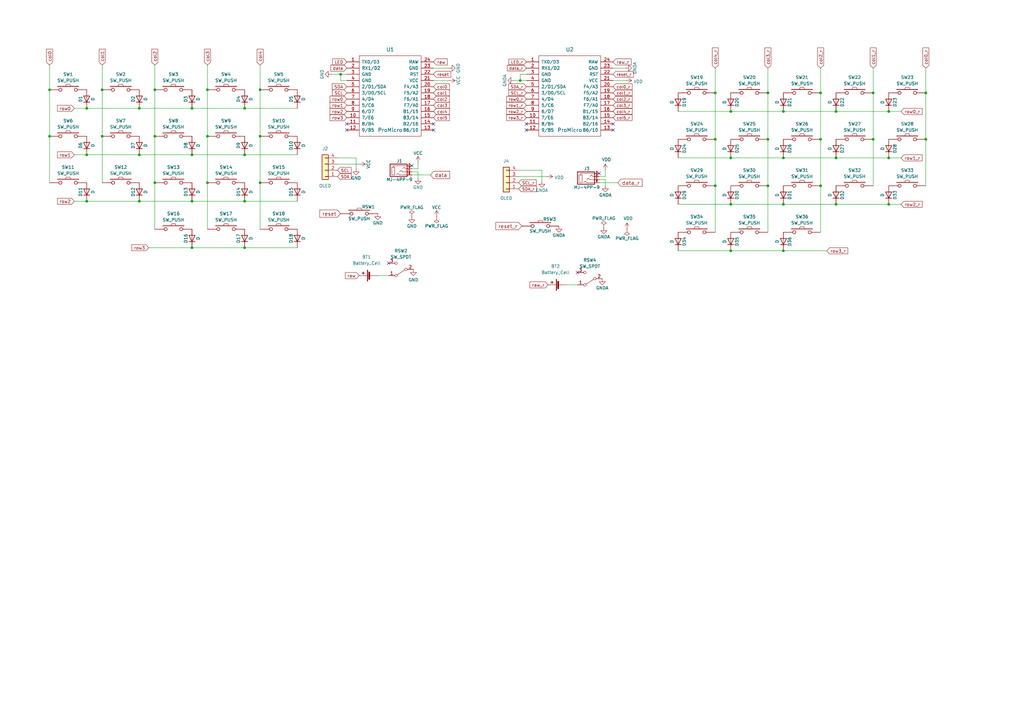
<source format=kicad_sch>
(kicad_sch (version 20211123) (generator eeschema)
  (paper "A3")
  (title_block (title "36k MX"))
  (lib_symbols
    (symbol "Connector_Generic:Conn_01x04" (pin_names (offset 1.016) hide)
      (property "Reference" "J" (at 0 5.08 0))
      (property "Value" "Conn_01x04" (at 0 -7.62 0))
      (symbol "Conn_01x04_1_1"
        (rectangle (start -1.27 -4.953) (end 0 -5.207) (stroke (width 0.1524)))
        (rectangle (start -1.27 -2.413) (end 0 -2.667) (stroke (width 0.1524)))
        (rectangle (start -1.27 0.127) (end 0 -0.127) (stroke (width 0.1524)))
        (rectangle (start -1.27 2.667) (end 0 2.413) (stroke (width 0.1524)))
        (rectangle (start -1.27 3.81) (end 1.27 -6.35) (stroke (width 0.254)) (fill (type background)))
        (pin passive line (at -5.08 2.54 0) (length 3.81) (name "Pin_1") (number "1"))
        (pin passive line (at -5.08 0 0) (length 3.81) (name "Pin_2") (number "2"))
        (pin passive line (at -5.08 -2.54 0) (length 3.81) (name "Pin_3") (number "3"))
        (pin passive line (at -5.08 -5.08 0) (length 3.81) (name "Pin_4") (number "4"))
      )
    )
    (symbol "Device:Battery_Cell" (pin_numbers hide) (pin_names (offset 0) hide)
      (property "Reference" "BT" (at 2.54 2.54 0))
      (property "Value" "Battery_Cell" (at 2.54 0 0))
      (symbol "Battery_Cell_0_1"
        (rectangle (start -2.286 1.778) (end 2.286 1.524) (fill (type outline)))
        (rectangle (start -1.5748 1.1938) (end 1.4732 0.6858) (fill (type outline)))
        (polyline (pts (xy 0 0.762) (xy 0 0)))
        (polyline (pts (xy 0 1.778) (xy 0 2.54)))
        (polyline (pts (xy 0.508 3.429) (xy 1.524 3.429)) (stroke (width 0.254)))
        (polyline (pts (xy 1.016 3.937) (xy 1.016 2.921)) (stroke (width 0.254)))
      )
      (symbol "Battery_Cell_1_1"
        (pin passive line (at 0 5.08 270) (length 2.54) (name "+") (number "1"))
        (pin passive line (at 0 -2.54 90) (length 2.54) (name "-") (number "2"))
      )
    )
    (symbol "Device:D" (pin_numbers hide) (pin_names (offset 1.016) hide)
      (property "Reference" "D" (at 0 2.54 0))
      (property "Value" "D" (at 0 -2.54 0))
      (symbol "D_0_1"
        (polyline (pts (xy -1.27 1.27) (xy -1.27 -1.27)) (stroke (width 0.254)))
        (polyline (pts (xy 1.27 0) (xy -1.27 0)))
        (polyline (pts (xy 1.27 1.27) (xy 1.27 -1.27) (xy -1.27 0) (xy 1.27 1.27)) (stroke (width 0.254)))
      )
      (symbol "D_1_1"
        (pin passive line (at -3.81 0 0) (length 2.54) (name "K") (number "1"))
        (pin passive line (at 3.81 0 180) (length 2.54) (name "A") (number "2"))
      )
    )
    (symbol "Switch:SW_SPDT" (pin_names (offset 0) hide)
      (property "Reference" "SW" (at 0 4.318 0))
      (property "Value" "SW_SPDT" (at 0 -5.08 0))
      (symbol "SW_SPDT_0_0"
        (circle (center -2.032 0) (radius 0.508))
        (circle (center 2.032 -2.54) (radius 0.508))
      )
      (symbol "SW_SPDT_0_1"
        (polyline (pts (xy -1.524 0.254) (xy 1.651 2.286)))
        (circle (center 2.032 2.54) (radius 0.508))
      )
      (symbol "SW_SPDT_1_1"
        (pin passive line (at 5.08 2.54 180) (length 2.54) (name "A") (number "1"))
        (pin passive line (at -5.08 0 0) (length 2.54) (name "B") (number "2"))
        (pin passive line (at 5.08 -2.54 180) (length 2.54) (name "C") (number "3"))
      )
    )
    (symbol "foostan{slash}kbd:ProMicro" (pin_names (offset 1.016))
      (property "Reference" "U" (at 0 19.05 0))
      (property "Value" "ProMicro" (at 0 -19.05 0))
      (symbol "ProMicro_0_1"
        (rectangle (start -12.7 16.51) (end 12.7 -16.51))
      )
      (symbol "ProMicro_1_1"
        (pin bidirectional line (at -17.78 13.97 0) (length 5.08) (name "TX0/D3") (number "1"))
        (pin bidirectional line (at -17.78 -8.89 0) (length 5.08) (name "7/E6") (number "10"))
        (pin bidirectional line (at -17.78 -11.43 0) (length 5.08) (name "8/B4") (number "11"))
        (pin bidirectional line (at -17.78 -13.97 0) (length 5.08) (name "9/B5") (number "12"))
        (pin bidirectional line (at 17.78 -13.97 180) (length 5.08) (name "B6/10") (number "13"))
        (pin bidirectional line (at 17.78 -11.43 180) (length 5.08) (name "B2/16") (number "14"))
        (pin bidirectional line (at 17.78 -8.89 180) (length 5.08) (name "B3/14") (number "15"))
        (pin bidirectional line (at 17.78 -6.35 180) (length 5.08) (name "B1/15") (number "16"))
        (pin bidirectional line (at 17.78 -3.81 180) (length 5.08) (name "F7/A0") (number "17"))
        (pin bidirectional line (at 17.78 -1.27 180) (length 5.08) (name "F6/A1") (number "18"))
        (pin bidirectional line (at 17.78 1.27 180) (length 5.08) (name "F5/A2") (number "19"))
        (pin bidirectional line (at -17.78 11.43 0) (length 5.08) (name "RX1/D2") (number "2"))
        (pin bidirectional line (at 17.78 3.81 180) (length 5.08) (name "F4/A3") (number "20"))
        (pin power_in line (at 17.78 6.35 180) (length 5.08) (name "VCC") (number "21"))
        (pin input line (at 17.78 8.89 180) (length 5.08) (name "RST") (number "22"))
        (pin power_in line (at 17.78 11.43 180) (length 5.08) (name "GND") (number "23"))
        (pin power_out line (at 17.78 13.97 180) (length 5.08) (name "RAW") (number "24"))
        (pin power_in line (at -17.78 8.89 0) (length 5.08) (name "GND") (number "3"))
        (pin power_in line (at -17.78 6.35 0) (length 5.08) (name "GND") (number "4"))
        (pin bidirectional line (at -17.78 3.81 0) (length 5.08) (name "2/D1/SDA") (number "5"))
        (pin bidirectional line (at -17.78 1.27 0) (length 5.08) (name "3/D0/SCL") (number "6"))
        (pin bidirectional line (at -17.78 -1.27 0) (length 5.08) (name "4/D4") (number "7"))
        (pin bidirectional line (at -17.78 -3.81 0) (length 5.08) (name "5/C6") (number "8"))
        (pin bidirectional line (at -17.78 -6.35 0) (length 5.08) (name "6/D7") (number "9"))
      )
    )
    (symbol "foostan{slash}kbd:SW_PUSH" (pin_numbers hide) (pin_names (offset 1.016) hide)
      (property "Reference" "SW" (at 3.81 2.794 0))
      (property "Value" "SW_PUSH" (at 0 -2.032 0))
      (symbol "SW_PUSH_0_1"
        (rectangle (start -4.318 1.27) (end 4.318 1.524))
        (polyline (pts (xy -1.016 1.524) (xy -0.762 2.286) (xy 0.762 2.286) (xy 1.016 1.524)))
        (pin passive inverted (at -7.62 0 0) (length 5.08) (name "1") (number "1"))
        (pin passive inverted (at 7.62 0 180) (length 5.08) (name "2") (number "2"))
      )
    )
    (symbol "kbd:MJ-4PP-9" (pin_names (offset 1.016))
      (property "Reference" "J" (at 0 3.81 0))
      (property "Value" "MJ-4PP-9" (at 0 -3.81 0))
      (symbol "MJ-4PP-9_0_1"
        (rectangle (start -1.905 -1.905) (end -3.175 1.27))
        (polyline (pts (xy -2.54 1.27) (xy -2.54 1.905) (xy 3.175 1.905)))
        (polyline (pts (xy -1.27 -1.905) (xy -0.635 -1.27) (xy 0 -1.905) (xy 3.175 -1.905)))
        (polyline (pts (xy 0 -0.635) (xy 0.635 0) (xy 1.27 -0.635) (xy 3.175 -0.635)))
        (polyline (pts (xy 1.27 0.635) (xy 1.905 1.27) (xy 2.54 0.635) (xy 3.175 0.635)))
        (rectangle (start 3.175 2.54) (end -3.81 -2.54) (stroke (width 0.3048)))
      )
      (symbol "MJ-4PP-9_1_1"
        (pin input line (at 5.08 1.905 180) (length 2.0066) (name "~") (number "A"))
        (pin input line (at 5.08 -1.905 180) (length 2.0066) (name "~") (number "B"))
        (pin input line (at 5.08 -0.635 180) (length 2.0066) (name "~") (number "C"))
        (pin input line (at 5.08 0.635 180) (length 2.0066) (name "~") (number "D"))
      )
    )
    (symbol "kbd:ProMicro" (pin_names (offset 1.016))
      (property "Reference" "U" (at 0 19.05 0))
      (property "Value" "ProMicro" (at 0 -19.05 0))
      (symbol "ProMicro_0_1"
        (rectangle (start -12.7 16.51) (end 12.7 -16.51))
      )
      (symbol "ProMicro_1_1"
        (pin bidirectional line (at -17.78 13.97 0) (length 5.08) (name "TX0/D3") (number "1"))
        (pin bidirectional line (at -17.78 -8.89 0) (length 5.08) (name "7/E6") (number "10"))
        (pin bidirectional line (at -17.78 -11.43 0) (length 5.08) (name "8/B4") (number "11"))
        (pin bidirectional line (at -17.78 -13.97 0) (length 5.08) (name "9/B5") (number "12"))
        (pin bidirectional line (at 17.78 -13.97 180) (length 5.08) (name "B6/10") (number "13"))
        (pin bidirectional line (at 17.78 -11.43 180) (length 5.08) (name "B2/16") (number "14"))
        (pin bidirectional line (at 17.78 -8.89 180) (length 5.08) (name "B3/14") (number "15"))
        (pin bidirectional line (at 17.78 -6.35 180) (length 5.08) (name "B1/15") (number "16"))
        (pin bidirectional line (at 17.78 -3.81 180) (length 5.08) (name "F7/A0") (number "17"))
        (pin bidirectional line (at 17.78 -1.27 180) (length 5.08) (name "F6/A1") (number "18"))
        (pin bidirectional line (at 17.78 1.27 180) (length 5.08) (name "F5/A2") (number "19"))
        (pin bidirectional line (at -17.78 11.43 0) (length 5.08) (name "RX1/D2") (number "2"))
        (pin bidirectional line (at 17.78 3.81 180) (length 5.08) (name "F4/A3") (number "20"))
        (pin power_in line (at 17.78 6.35 180) (length 5.08) (name "VCC") (number "21"))
        (pin input line (at 17.78 8.89 180) (length 5.08) (name "RST") (number "22"))
        (pin power_in line (at 17.78 11.43 180) (length 5.08) (name "GND") (number "23"))
        (pin power_out line (at 17.78 13.97 180) (length 5.08) (name "RAW") (number "24"))
        (pin power_in line (at -17.78 8.89 0) (length 5.08) (name "GND") (number "3"))
        (pin power_in line (at -17.78 6.35 0) (length 5.08) (name "GND") (number "4"))
        (pin bidirectional line (at -17.78 3.81 0) (length 5.08) (name "2/D1/SDA") (number "5"))
        (pin bidirectional line (at -17.78 1.27 0) (length 5.08) (name "3/D0/SCL") (number "6"))
        (pin bidirectional line (at -17.78 -1.27 0) (length 5.08) (name "4/D4") (number "7"))
        (pin bidirectional line (at -17.78 -3.81 0) (length 5.08) (name "5/C6") (number "8"))
        (pin bidirectional line (at -17.78 -6.35 0) (length 5.08) (name "6/D7") (number "9"))
      )
    )
    (symbol "kbd:SW_PUSH" (pin_numbers hide) (pin_names (offset 1.016) hide)
      (property "Reference" "SW" (at 3.81 2.794 0))
      (property "Value" "SW_PUSH" (at 0 -2.032 0))
      (symbol "SW_PUSH_0_1"
        (rectangle (start -4.318 1.27) (end 4.318 1.524))
        (polyline (pts (xy -1.016 1.524) (xy -0.762 2.286) (xy 0.762 2.286) (xy 1.016 1.524)))
        (pin passive inverted (at -7.62 0 0) (length 5.08) (name "1") (number "1"))
        (pin passive inverted (at 7.62 0 180) (length 5.08) (name "2") (number "2"))
      )
    )
    (symbol "power:GND" (power) (pin_names (offset 0))
      (property "Value" "GND" (at 0 -3.81 0))
      (symbol "GND_0_1"
        (polyline (pts (xy 0 0) (xy 0 -1.27) (xy 1.27 -1.27) (xy 0 -2.54) (xy -1.27 -1.27) (xy 0 -1.27)))
      )
      (symbol "GND_1_1"
        (pin power_in line (at 0 0 270) (length 0) hide (name "GND") (number "1"))
      )
    )
    (symbol "power:GNDA" (power) (pin_names (offset 0))
      (property "Value" "GNDA" (at 0 -3.81 0))
      (symbol "GNDA_0_1"
        (polyline (pts (xy 0 0) (xy 0 -1.27) (xy 1.27 -1.27) (xy 0 -2.54) (xy -1.27 -1.27) (xy 0 -1.27)))
      )
      (symbol "GNDA_1_1"
        (pin power_in line (at 0 0 270) (length 0) hide (name "GNDA") (number "1"))
      )
    )
    (symbol "power:PWR_FLAG" (power) (pin_numbers hide) (pin_names (offset 0) hide)
      (property "Value" "PWR_FLAG" (at 0 3.81 0))
      (symbol "PWR_FLAG_0_0"
        (pin power_out line (at 0 0 90) (length 0) (name "pwr") (number "1"))
      )
      (symbol "PWR_FLAG_0_1"
        (polyline (pts (xy 0 0) (xy 0 1.27) (xy -1.016 1.905) (xy 0 2.54) (xy 1.016 1.905) (xy 0 1.27)))
      )
    )
    (symbol "power:VCC" (power) (pin_names (offset 0))
      (property "Value" "VCC" (at 0 3.81 0))
      (symbol "VCC_0_1"
        (polyline (pts (xy -0.762 1.27) (xy 0 2.54)))
        (polyline (pts (xy 0 0) (xy 0 2.54)))
        (polyline (pts (xy 0 2.54) (xy 0.762 1.27)))
      )
      (symbol "VCC_1_1"
        (pin power_in line (at 0 0 90) (length 0) hide (name "VCC") (number "1"))
      )
    )
    (symbol "power:VDD" (power) (pin_names (offset 0))
      (property "Value" "VDD" (at 0 3.81 0))
      (symbol "VDD_0_1"
        (polyline (pts (xy -0.762 1.27) (xy 0 2.54)))
        (polyline (pts (xy 0 0) (xy 0 2.54)))
        (polyline (pts (xy 0 2.54) (xy 0.762 1.27)))
      )
      (symbol "VDD_1_1"
        (pin power_in line (at 0 0 90) (length 0) hide (name "VDD") (number "1"))
      )
    )
  )
  (junction (at 293.37 76.2))
  (junction (at 78.74 63.5))
  (junction (at 358.14 38.1))
  (junction (at 342.9 45.72))
  (junction (at 314.96 76.2))
  (junction (at 299.72 102.87))
  (junction (at 314.96 38.1))
  (junction (at 321.31 83.82))
  (junction (at 321.31 102.87))
  (junction (at 78.74 101.6))
  (junction (at 85.09 55.88))
  (junction (at 293.37 57.15))
  (junction (at 20.32 36.83))
  (junction (at 78.74 44.45))
  (junction (at 364.49 45.72))
  (junction (at 358.14 57.15))
  (junction (at 20.32 55.88))
  (junction (at 100.33 82.55))
  (junction (at 342.9 64.77))
  (junction (at 57.15 82.55))
  (junction (at 213.36 33.02))
  (junction (at 106.68 36.83))
  (junction (at 85.09 36.83))
  (junction (at 321.31 64.77))
  (junction (at 100.33 101.6))
  (junction (at 57.15 44.45))
  (junction (at 106.68 55.88))
  (junction (at 100.33 44.45))
  (junction (at 364.49 64.77))
  (junction (at 379.73 38.1))
  (junction (at 100.33 63.5))
  (junction (at 85.09 74.93))
  (junction (at 299.72 45.72))
  (junction (at 321.31 45.72))
  (junction (at 336.55 76.2))
  (junction (at 35.56 44.45))
  (junction (at 106.68 74.93))
  (junction (at 299.72 83.82))
  (junction (at 336.55 57.15))
  (junction (at 293.37 38.1))
  (junction (at 35.56 63.5))
  (junction (at 41.91 55.88))
  (junction (at 63.5 55.88))
  (junction (at 78.74 82.55))
  (junction (at 364.49 83.82))
  (junction (at 57.15 63.5))
  (junction (at 299.72 64.77))
  (junction (at 41.91 36.83))
  (junction (at 379.73 57.15))
  (junction (at 35.56 82.55))
  (junction (at 63.5 74.93))
  (junction (at 139.7 30.48))
  (junction (at 342.9 83.82))
  (junction (at 336.55 38.1))
  (junction (at 63.5 36.83))
  (junction (at 314.96 57.15))
  (no_connect (at 215.9 50.8))
  (no_connect (at 159.385 107.95))
  (no_connect (at 251.46 50.8))
  (no_connect (at 168.91 67.945))
  (no_connect (at 177.8 53.34))
  (no_connect (at 245.745 71.12))
  (no_connect (at 142.24 53.34))
  (no_connect (at 251.46 53.34))
  (no_connect (at 177.8 50.8))
  (no_connect (at 215.9 53.34))
  (no_connect (at 236.855 111.76))
  (no_connect (at 142.24 50.8))
  (wire (pts (xy 245.745 72.39) (xy 248.285 72.39)))
  (wire (pts (xy 299.72 64.77) (xy 278.13 64.77)))
  (wire (pts (xy 336.55 76.2) (xy 336.55 95.25)))
  (wire (pts (xy 339.09 102.87) (xy 321.31 102.87)))
  (wire (pts (xy 369.57 45.72) (xy 364.49 45.72)))
  (wire (pts (xy 369.57 64.77) (xy 364.49 64.77)))
  (wire (pts (xy 30.48 44.45) (xy 35.56 44.45)))
  (wire (pts (xy 78.74 44.45) (xy 100.33 44.45)))
  (wire (pts (xy 342.9 83.82) (xy 321.31 83.82)))
  (wire (pts (xy 379.73 38.1) (xy 379.73 57.15)))
  (wire (pts (xy 35.56 63.5) (xy 57.15 63.5)))
  (wire (pts (xy 100.33 44.45) (xy 121.92 44.45)))
  (wire (pts (xy 20.32 36.83) (xy 20.32 55.88)))
  (wire (pts (xy 85.09 55.88) (xy 85.09 74.93)))
  (wire (pts (xy 336.55 27.94) (xy 336.55 38.1)))
  (wire (pts (xy 78.74 101.6) (xy 100.33 101.6)))
  (wire (pts (xy 251.46 27.94) (xy 256.54 27.94)))
  (wire (pts (xy 85.09 26.67) (xy 85.09 36.83)))
  (wire (pts (xy 106.68 36.83) (xy 106.68 55.88)))
  (wire (pts (xy 336.55 38.1) (xy 336.55 57.15)))
  (wire (pts (xy 142.24 33.02) (xy 139.7 33.02)))
  (wire (pts (xy 63.5 36.83) (xy 63.5 55.88)))
  (wire (pts (xy 342.9 45.72) (xy 321.31 45.72)))
  (wire (pts (xy 248.285 72.39) (xy 248.285 69.85)))
  (wire (pts (xy 168.91 71.755) (xy 176.53 71.755)))
  (wire (pts (xy 100.33 101.6) (xy 121.92 101.6)))
  (wire (pts (xy 364.49 45.72) (xy 342.9 45.72)))
  (wire (pts (xy 168.91 69.215) (xy 171.45 69.215)))
  (wire (pts (xy 154.94 113.03) (xy 159.385 113.03)))
  (wire (pts (xy 171.45 69.215) (xy 171.45 66.675)))
  (wire (pts (xy 20.32 55.88) (xy 20.32 74.93)))
  (wire (pts (xy 106.68 74.93) (xy 106.68 93.98)))
  (wire (pts (xy 293.37 27.94) (xy 293.37 38.1)))
  (wire (pts (xy 314.96 27.94) (xy 314.96 38.1)))
  (wire (pts (xy 106.68 55.88) (xy 106.68 74.93)))
  (wire (pts (xy 20.32 26.67) (xy 20.32 36.83)))
  (wire (pts (xy 135.89 30.48) (xy 139.7 30.48)))
  (wire (pts (xy 85.09 36.83) (xy 85.09 55.88)))
  (wire (pts (xy 232.41 116.84) (xy 236.855 116.84)))
  (wire (pts (xy 63.5 26.67) (xy 63.5 36.83)))
  (wire (pts (xy 146.05 69.215) (xy 146.05 64.77)))
  (wire (pts (xy 342.9 64.77) (xy 321.31 64.77)))
  (wire (pts (xy 138.43 67.31) (xy 147.32 67.31)))
  (wire (pts (xy 63.5 74.93) (xy 63.5 93.98)))
  (wire (pts (xy 106.68 26.67) (xy 106.68 36.83)))
  (wire (pts (xy 314.96 38.1) (xy 314.96 57.15)))
  (wire (pts (xy 251.46 33.02) (xy 256.54 33.02)))
  (wire (pts (xy 321.31 102.87) (xy 299.72 102.87)))
  (wire (pts (xy 293.37 38.1) (xy 293.37 57.15)))
  (wire (pts (xy 215.9 30.48) (xy 213.36 30.48)))
  (wire (pts (xy 78.74 82.55) (xy 100.33 82.55)))
  (wire (pts (xy 336.55 57.15) (xy 336.55 76.2)))
  (wire (pts (xy 245.745 73.66) (xy 248.285 73.66)))
  (wire (pts (xy 321.31 83.82) (xy 299.72 83.82)))
  (wire (pts (xy 248.285 73.66) (xy 248.285 76.2)))
  (wire (pts (xy 212.725 72.39) (xy 224.155 72.39)))
  (wire (pts (xy 245.745 74.93) (xy 253.365 74.93)))
  (wire (pts (xy 364.49 83.82) (xy 342.9 83.82)))
  (wire (pts (xy 139.7 30.48) (xy 142.24 30.48)))
  (wire (pts (xy 379.73 27.94) (xy 379.73 38.1)))
  (wire (pts (xy 57.15 82.55) (xy 78.74 82.55)))
  (wire (pts (xy 177.8 33.02) (xy 184.15 33.02)))
  (wire (pts (xy 358.14 38.1) (xy 358.14 57.15)))
  (wire (pts (xy 222.25 69.85) (xy 222.25 74.295)))
  (wire (pts (xy 146.05 64.77) (xy 138.43 64.77)))
  (wire (pts (xy 30.48 63.5) (xy 35.56 63.5)))
  (wire (pts (xy 358.14 27.94) (xy 358.14 38.1)))
  (wire (pts (xy 314.96 76.2) (xy 314.96 95.25)))
  (wire (pts (xy 139.7 33.02) (xy 139.7 30.48)))
  (wire (pts (xy 100.33 82.55) (xy 121.92 82.55)))
  (wire (pts (xy 212.725 69.85) (xy 222.25 69.85)))
  (wire (pts (xy 299.72 83.82) (xy 278.13 83.82)))
  (wire (pts (xy 100.33 63.5) (xy 121.92 63.5)))
  (wire (pts (xy 314.96 57.15) (xy 314.96 76.2)))
  (wire (pts (xy 321.31 45.72) (xy 299.72 45.72)))
  (wire (pts (xy 379.73 57.15) (xy 379.73 76.2)))
  (wire (pts (xy 358.14 57.15) (xy 358.14 76.2)))
  (wire (pts (xy 210.82 33.02) (xy 213.36 33.02)))
  (wire (pts (xy 41.91 26.67) (xy 41.91 36.83)))
  (wire (pts (xy 57.15 44.45) (xy 78.74 44.45)))
  (wire (pts (xy 213.36 33.02) (xy 215.9 33.02)))
  (wire (pts (xy 85.09 74.93) (xy 85.09 93.98)))
  (wire (pts (xy 168.91 70.485) (xy 171.45 70.485)))
  (wire (pts (xy 41.91 36.83) (xy 41.91 55.88)))
  (wire (pts (xy 35.56 82.55) (xy 57.15 82.55)))
  (wire (pts (xy 369.57 83.82) (xy 364.49 83.82)))
  (wire (pts (xy 30.48 82.55) (xy 35.56 82.55)))
  (wire (pts (xy 213.36 30.48) (xy 213.36 33.02)))
  (wire (pts (xy 63.5 55.88) (xy 63.5 74.93)))
  (wire (pts (xy 60.96 101.6) (xy 78.74 101.6)))
  (wire (pts (xy 321.31 64.77) (xy 299.72 64.77)))
  (wire (pts (xy 299.72 45.72) (xy 278.13 45.72)))
  (wire (pts (xy 78.74 63.5) (xy 100.33 63.5)))
  (wire (pts (xy 293.37 76.2) (xy 293.37 95.25)))
  (wire (pts (xy 41.91 55.88) (xy 41.91 74.93)))
  (wire (pts (xy 364.49 64.77) (xy 342.9 64.77)))
  (wire (pts (xy 57.15 63.5) (xy 78.74 63.5)))
  (wire (pts (xy 293.37 57.15) (xy 293.37 76.2)))
  (wire (pts (xy 177.8 27.94) (xy 184.15 27.94)))
  (wire (pts (xy 171.45 70.485) (xy 171.45 73.025)))
  (wire (pts (xy 35.56 44.45) (xy 57.15 44.45)))
  (wire (pts (xy 299.72 102.87) (xy 278.13 102.87)))
  (global_label "reset" (shape input) (at 139.7 87.63 180) (effects (font (size 1.524 1.524))) (property "Intersheet References" "${INTERSHEET_REFS}" (effects hide)))
  (global_label "raw" (shape input) (at 147.32 113.03 180) (property "Intersheet References" "${INTERSHEET_REFS}" (effects hide)))
  (global_label "row2" (shape input) (at 142.24 45.72 180) (property "Intersheet References" "${INTERSHEET_REFS}" (effects hide)))
  (global_label "col4" (shape input) (at 106.68 26.67 90) (property "Intersheet References" "${INTERSHEET_REFS}" (effects hide)))
  (global_label "col1" (shape input) (at 177.8 38.1 0) (property "Intersheet References" "${INTERSHEET_REFS}" (effects hide)))
  (global_label "col0_r" (shape input) (at 251.46 35.56 0) (effects (font (size 1.1938 1.1938))) (property "Intersheet References" "${INTERSHEET_REFS}" (effects hide)))
  (global_label "row3_r" (shape input) (at 339.09 102.87 0) (property "Intersheet References" "${INTERSHEET_REFS}" (effects hide)))
  (global_label "data_r" (shape input) (at 253.365 74.93 0) (effects (font (size 1.524 1.524))) (property "Intersheet References" "${INTERSHEET_REFS}" (effects hide)))
  (global_label "col0" (shape input) (at 20.32 26.67 90) (property "Intersheet References" "${INTERSHEET_REFS}" (effects hide)))
  (global_label "row0" (shape input) (at 142.24 40.64 180) (property "Intersheet References" "${INTERSHEET_REFS}" (effects hide)))
  (global_label "col5_r" (shape input) (at 251.46 48.26 0) (effects (font (size 1.1938 1.1938))) (property "Intersheet References" "${INTERSHEET_REFS}" (effects hide)))
  (global_label "row1_r" (shape input) (at 369.57 64.77 0) (property "Intersheet References" "${INTERSHEET_REFS}" (effects hide)))
  (global_label "row2_r" (shape input) (at 215.9 45.72 180) (effects (font (size 1.1938 1.1938))) (property "Intersheet References" "${INTERSHEET_REFS}" (effects hide)))
  (global_label "col3" (shape input) (at 177.8 43.18 0) (property "Intersheet References" "${INTERSHEET_REFS}" (effects hide)))
  (global_label "reset_r" (shape input) (at 251.46 30.48 0) (effects (font (size 1.1938 1.1938))) (property "Intersheet References" "${INTERSHEET_REFS}" (effects hide)))
  (global_label "raw" (shape input) (at 177.8 25.4 0) (property "Intersheet References" "${INTERSHEET_REFS}" (effects hide)))
  (global_label "SCL" (shape input) (at 142.24 38.1 180) (property "Intersheet References" "${INTERSHEET_REFS}" (effects hide)))
  (global_label "row0" (shape input) (at 30.48 44.45 180) (property "Intersheet References" "${INTERSHEET_REFS}" (effects hide)))
  (global_label "col4_r" (shape input) (at 251.46 45.72 0) (effects (font (size 1.1938 1.1938))) (property "Intersheet References" "${INTERSHEET_REFS}" (effects hide)))
  (global_label "LED_r" (shape input) (at 215.9 25.4 180) (effects (font (size 1.1938 1.1938))) (property "Intersheet References" "${INTERSHEET_REFS}" (effects hide)))
  (global_label "SCL_r" (shape input) (at 215.9 38.1 180) (effects (font (size 1.1938 1.1938))) (property "Intersheet References" "${INTERSHEET_REFS}" (effects hide)))
  (global_label "col1" (shape input) (at 41.91 26.67 90) (property "Intersheet References" "${INTERSHEET_REFS}" (effects hide)))
  (global_label "col2_r" (shape input) (at 251.46 40.64 0) (effects (font (size 1.1938 1.1938))) (property "Intersheet References" "${INTERSHEET_REFS}" (effects hide)))
  (global_label "raw_r" (shape input) (at 251.46 25.4 0) (property "Intersheet References" "${INTERSHEET_REFS}" (effects hide)))
  (global_label "reset" (shape input) (at 177.8 30.48 0) (property "Intersheet References" "${INTERSHEET_REFS}" (effects hide)))
  (global_label "col2_r" (shape input) (at 336.55 27.94 90) (property "Intersheet References" "${INTERSHEET_REFS}" (effects hide)))
  (global_label "col1_r" (shape input) (at 358.14 27.94 90) (property "Intersheet References" "${INTERSHEET_REFS}" (effects hide)))
  (global_label "col4" (shape input) (at 177.8 45.72 0) (property "Intersheet References" "${INTERSHEET_REFS}" (effects hide)))
  (global_label "col0_r" (shape input) (at 379.73 27.94 90) (property "Intersheet References" "${INTERSHEET_REFS}" (effects hide)))
  (global_label "col3_r" (shape input) (at 251.46 43.18 0) (effects (font (size 1.1938 1.1938))) (property "Intersheet References" "${INTERSHEET_REFS}" (effects hide)))
  (global_label "col1_r" (shape input) (at 251.46 38.1 0) (effects (font (size 1.1938 1.1938))) (property "Intersheet References" "${INTERSHEET_REFS}" (effects hide)))
  (global_label "data" (shape input) (at 142.24 27.94 180) (property "Intersheet References" "${INTERSHEET_REFS}" (effects hide)))
  (global_label "col5" (shape input) (at 177.8 48.26 0) (property "Intersheet References" "${INTERSHEET_REFS}" (effects hide)))
  (global_label "row0_r" (shape input) (at 369.57 45.72 0) (property "Intersheet References" "${INTERSHEET_REFS}" (effects hide)))
  (global_label "row0_r" (shape input) (at 215.9 40.64 180) (effects (font (size 1.1938 1.1938))) (property "Intersheet References" "${INTERSHEET_REFS}" (effects hide)))
  (global_label "data_r" (shape input) (at 215.9 27.94 180) (effects (font (size 1.1938 1.1938))) (property "Intersheet References" "${INTERSHEET_REFS}" (effects hide)))
  (global_label "raw_r" (shape input) (at 224.79 116.84 180) (property "Intersheet References" "${INTERSHEET_REFS}" (effects hide)))
  (global_label "col3" (shape input) (at 85.09 26.67 90) (property "Intersheet References" "${INTERSHEET_REFS}" (effects hide)))
  (global_label "row3_r" (shape input) (at 215.9 48.26 180) (effects (font (size 1.1938 1.1938))) (property "Intersheet References" "${INTERSHEET_REFS}" (effects hide)))
  (global_label "row3" (shape input) (at 142.24 48.26 180) (property "Intersheet References" "${INTERSHEET_REFS}" (effects hide)))
  (global_label "col2" (shape input) (at 63.5 26.67 90) (property "Intersheet References" "${INTERSHEET_REFS}" (effects hide)))
  (global_label "col2" (shape input) (at 177.8 40.64 0) (property "Intersheet References" "${INTERSHEET_REFS}" (effects hide)))
  (global_label "SCL_r" (shape input) (at 212.725 74.93 0) (effects (font (size 1.1938 1.1938))) (property "Intersheet References" "${INTERSHEET_REFS}" (effects hide)))
  (global_label "row3" (shape input) (at 60.96 101.6 180) (property "Intersheet References" "${INTERSHEET_REFS}" (effects hide)))
  (global_label "row1" (shape input) (at 142.24 43.18 180) (property "Intersheet References" "${INTERSHEET_REFS}" (effects hide)))
  (global_label "row1_r" (shape input) (at 215.9 43.18 180) (effects (font (size 1.1938 1.1938))) (property "Intersheet References" "${INTERSHEET_REFS}" (effects hide)))
  (global_label "SDA" (shape input) (at 142.24 35.56 180) (property "Intersheet References" "${INTERSHEET_REFS}" (effects hide)))
  (global_label "row1" (shape input) (at 30.48 63.5 180) (property "Intersheet References" "${INTERSHEET_REFS}" (effects hide)))
  (global_label "LED" (shape input) (at 142.24 25.4 180) (property "Intersheet References" "${INTERSHEET_REFS}" (effects hide)))
  (global_label "row2_r" (shape input) (at 369.57 83.82 0) (property "Intersheet References" "${INTERSHEET_REFS}" (effects hide)))
  (global_label "row2" (shape input) (at 30.48 82.55 180) (property "Intersheet References" "${INTERSHEET_REFS}" (effects hide)))
  (global_label "SDA_r" (shape input) (at 212.725 77.47 0) (effects (font (size 1.1938 1.1938))) (property "Intersheet References" "${INTERSHEET_REFS}" (effects hide)))
  (global_label "SDA" (shape input) (at 138.43 72.39 0) (effects (font (size 1.1938 1.1938))) (property "Intersheet References" "${INTERSHEET_REFS}" (effects hide)))
  (global_label "SCL" (shape input) (at 138.43 69.85 0) (effects (font (size 1.1938 1.1938))) (property "Intersheet References" "${INTERSHEET_REFS}" (effects hide)))
  (global_label "col0" (shape input) (at 177.8 35.56 0) (property "Intersheet References" "${INTERSHEET_REFS}" (effects hide)))
  (global_label "reset_r" (shape input) (at 213.995 92.71 180) (effects (font (size 1.524 1.524))) (property "Intersheet References" "${INTERSHEET_REFS}" (effects hide)))
  (global_label "SDA_r" (shape input) (at 215.9 35.56 180) (effects (font (size 1.1938 1.1938))) (property "Intersheet References" "${INTERSHEET_REFS}" (effects hide)))
  (global_label "data" (shape input) (at 176.53 71.755 0) (effects (font (size 1.524 1.524))) (property "Intersheet References" "${INTERSHEET_REFS}" (effects hide)))
  (global_label "col3_r" (shape input) (at 314.96 27.94 90) (property "Intersheet References" "${INTERSHEET_REFS}" (effects hide)))
  (global_label "col4_r" (shape input) (at 293.37 27.94 90) (property "Intersheet References" "${INTERSHEET_REFS}" (effects hide)))
  (symbol (lib_id "Device:D") (at 299.72 99.06 270) (mirror x) (unit 1)
    (property "Reference" "D35" (at 302.26 99.06 0))
    (property "Value" "D" (at 297.18 99.06 0))
    (property "Footprint" "kbd:D3_SMD_v2" (effects hide))
  )
  (symbol (lib_id "foostan{slash}kbd:SW_PUSH") (at 285.75 95.25 0) (mirror y) (unit 1)
    (property "Reference" "SW34" (at 285.75 88.9 0))
    (property "Value" "SW_PUSH" (at 285.75 91.44 0))
    (property "Footprint" "kbd:CherryMX_Hotswap_1.5u" (effects hide))
  )
  (symbol (lib_id "Device:D") (at 100.33 78.74 90) (unit 1)
    (property "Reference" "D14" (at 97.79 78.74 0))
    (property "Value" "D" (at 102.87 78.74 0))
    (property "Footprint" "kbd:D3_SMD_v2" (effects hide))
  )
  (symbol (lib_id "Switch:SW_SPDT") (at 241.935 114.3 180) (unit 1)
    (property "Reference" "RSW4" (at 241.935 106.68 0))
    (property "Value" "SW_SPDT" (at 241.935 109.22 0))
    (property "Footprint" "Button_Switch_THT:SW_CuK_OS102011MA1QN1_SPDT_Angled" (effects hide))
  )
  (symbol (lib_id "foostan{slash}kbd:SW_PUSH") (at 307.34 57.15 0) (mirror y) (unit 1)
    (property "Reference" "SW25" (at 307.34 50.8 0))
    (property "Value" "SW_PUSH" (at 307.34 53.34 0))
    (property "Footprint" "kbd:CherryMX_Hotswap" (effects hide))
  )
  (symbol (lib_id "Device:Battery_Cell") (at 229.87 116.84 90) (unit 1)
    (property "Reference" "BT2" (at 227.838 109.22 90))
    (property "Value" "Battery_Cell" (at 227.838 111.76 90))
    (property "Footprint" "kbd:Battery_pads" (effects hide))
  )
  (symbol (lib_id "power:GND") (at 168.91 88.9 0) (unit 1)
    (property "Reference" "#PWR0103" (effects hide))
    (property "Value" "GND" (at 168.91 92.71 0))
  )
  (symbol (lib_id "foostan{slash}kbd:SW_PUSH") (at 71.12 74.93 0) (unit 1)
    (property "Reference" "SW13" (at 71.12 68.58 0))
    (property "Value" "SW_PUSH" (at 71.12 71.12 0))
    (property "Footprint" "kbd:CherryMX_Hotswap" (effects hide))
  )
  (symbol (lib_id "power:GNDA") (at 222.25 74.295 0) (unit 1)
    (property "Reference" "#PWR0120" (effects hide))
    (property "Value" "GNDA" (at 222.25 78.105 0))
  )
  (symbol (lib_id "Device:D") (at 364.49 41.91 270) (mirror x) (unit 1)
    (property "Reference" "D23" (at 367.03 41.91 0))
    (property "Value" "D" (at 361.95 41.91 0))
    (property "Footprint" "kbd:D3_SMD_v2" (effects hide))
  )
  (symbol (lib_id "power:GNDA") (at 248.285 76.2 0) (unit 1)
    (property "Reference" "#PWR0117" (effects hide))
    (property "Value" "GNDA" (at 248.285 80.01 0))
  )
  (symbol (lib_id "Device:D") (at 57.15 59.69 90) (unit 1)
    (property "Reference" "D7" (at 54.61 59.69 0))
    (property "Value" "D" (at 59.69 59.69 0))
    (property "Footprint" "kbd:D3_SMD_v2" (effects hide))
  )
  (symbol (lib_id "foostan{slash}kbd:SW_PUSH") (at 307.34 95.25 0) (mirror y) (unit 1)
    (property "Reference" "SW35" (at 307.34 88.9 0))
    (property "Value" "SW_PUSH" (at 307.34 91.44 0))
    (property "Footprint" "kbd:CherryMX_Hotswap" (effects hide))
  )
  (symbol (lib_id "power:GND") (at 184.15 27.94 90) (unit 1)
    (property "Reference" "#PWR0105" (effects hide))
    (property "Value" "GND" (at 187.96 27.94 0))
  )
  (symbol (lib_id "Device:D") (at 299.72 60.96 270) (mirror x) (unit 1)
    (property "Reference" "D25" (at 302.26 60.96 0))
    (property "Value" "D" (at 297.18 60.96 0))
    (property "Footprint" "kbd:D3_SMD_v2" (effects hide))
  )
  (symbol (lib_id "kbd:SW_PUSH") (at 221.615 92.71 0) (unit 1)
    (property "Reference" "RSW3" (at 225.425 89.916 0))
    (property "Value" "SW_PUSH" (at 221.615 94.742 0))
    (property "Footprint" "kbd:ResetSW_1side" (effects hide))
  )
  (symbol (lib_id "Switch:SW_SPDT") (at 164.465 110.49 180) (unit 1)
    (property "Reference" "RSW2" (at 164.465 102.87 0))
    (property "Value" "SW_SPDT" (at 164.465 105.41 0))
    (property "Footprint" "Button_Switch_THT:SW_CuK_OS102011MA1QN1_SPDT_Angled" (effects hide))
  )
  (symbol (lib_id "foostan{slash}kbd:SW_PUSH") (at 114.3 55.88 0) (unit 1)
    (property "Reference" "SW10" (at 114.3 49.53 0))
    (property "Value" "SW_PUSH" (at 114.3 52.07 0))
    (property "Footprint" "kbd:CherryMX_Hotswap" (effects hide))
  )
  (symbol (lib_id "foostan{slash}kbd:SW_PUSH") (at 307.34 76.2 0) (mirror y) (unit 1)
    (property "Reference" "SW30" (at 307.34 69.85 0))
    (property "Value" "SW_PUSH" (at 307.34 72.39 0))
    (property "Footprint" "kbd:CherryMX_Hotswap" (effects hide))
  )
  (symbol (lib_id "power:PWR_FLAG") (at 179.07 88.9 180) (unit 1)
    (property "Reference" "#FLG0102" (effects hide))
    (property "Value" "PWR_FLAG" (at 179.07 92.71 0))
  )
  (symbol (lib_id "foostan{slash}kbd:SW_PUSH") (at 114.3 36.83 0) (unit 1)
    (property "Reference" "SW5" (at 114.3 30.48 0))
    (property "Value" "SW_PUSH" (at 114.3 33.02 0))
    (property "Footprint" "kbd:CherryMX_Hotswap" (effects hide))
  )
  (symbol (lib_id "Device:D") (at 35.56 40.64 90) (unit 1)
    (property "Reference" "D1" (at 33.02 40.64 0))
    (property "Value" "D" (at 38.1 40.64 0))
    (property "Footprint" "kbd:D3_SMD_v2" (effects hide))
  )
  (symbol (lib_id "power:GND") (at 171.45 73.025 0) (unit 1)
    (property "Reference" "#PWR0110" (effects hide))
    (property "Value" "GND" (at 171.45 76.835 0))
  )
  (symbol (lib_id "kbd:ProMicro") (at 233.68 39.37 0) (unit 1)
    (property "Reference" "U2" (at 233.68 20.32 0) (effects (font (size 1.524 1.524))))
    (property "Value" "ProMicro" (at 233.68 53.34 0) (effects (font (size 1.524 1.524))))
    (property "Footprint" "kbd:ProMicro_v3" (effects hide))
  )
  (symbol (lib_id "Device:D") (at 342.9 41.91 270) (mirror x) (unit 1)
    (property "Reference" "D22" (at 345.44 41.91 0))
    (property "Value" "D" (at 340.36 41.91 0))
    (property "Footprint" "kbd:D3_SMD_v2" (effects hide))
  )
  (symbol (lib_id "power:GNDA") (at 256.54 27.94 90) (unit 1)
    (property "Reference" "#PWR0112" (effects hide))
    (property "Value" "GNDA" (at 260.35 27.94 0))
  )
  (symbol (lib_id "power:VDD") (at 256.54 33.02 270) (unit 1)
    (property "Reference" "#PWR0113" (effects hide))
    (property "Value" "VDD" (at 259.7912 33.4518 90) (effects (justify left)))
  )
  (symbol (lib_id "foostan{slash}kbd:SW_PUSH") (at 114.3 93.98 0) (unit 1)
    (property "Reference" "SW18" (at 114.3 87.63 0))
    (property "Value" "SW_PUSH" (at 114.3 90.17 0))
    (property "Footprint" "kbd:CherryMX_Hotswap_1.5u" (effects hide))
  )
  (symbol (lib_id "Device:Battery_Cell") (at 152.4 113.03 90) (unit 1)
    (property "Reference" "BT1" (at 150.368 105.41 90))
    (property "Value" "Battery_Cell" (at 150.368 107.95 90))
    (property "Footprint" "kbd:Battery_pads" (effects hide))
  )
  (symbol (lib_id "foostan{slash}kbd:SW_PUSH") (at 328.93 95.25 0) (mirror y) (unit 1)
    (property "Reference" "SW36" (at 328.93 88.9 0))
    (property "Value" "SW_PUSH" (at 328.93 91.44 0))
    (property "Footprint" "kbd:CherryMX_Hotswap" (effects hide))
  )
  (symbol (lib_id "kbd:MJ-4PP-9") (at 163.83 69.85 0) (unit 1)
    (property "Reference" "J1" (at 163.83 66.04 0))
    (property "Value" "MJ-4PP-9" (at 163.83 73.66 0))
    (property "Footprint" "kbd:MJ-4PP-9_1side" (effects hide))
  )
  (symbol (lib_id "Device:D") (at 100.33 40.64 90) (unit 1)
    (property "Reference" "D4" (at 97.79 40.64 0))
    (property "Value" "D" (at 102.87 40.64 0))
    (property "Footprint" "kbd:D3_SMD_v2" (effects hide))
  )
  (symbol (lib_id "kbd:SW_PUSH") (at 147.32 87.63 0) (unit 1)
    (property "Reference" "RSW1" (at 151.13 84.836 0))
    (property "Value" "SW_PUSH" (at 147.32 89.662 0))
    (property "Footprint" "kbd:ResetSW_1side" (effects hide))
  )
  (symbol (lib_id "power:GNDA") (at 229.235 92.71 0) (unit 1)
    (property "Reference" "#PWR0122" (effects hide))
    (property "Value" "GNDA" (at 229.235 96.52 0))
  )
  (symbol (lib_id "Device:D") (at 78.74 40.64 90) (unit 1)
    (property "Reference" "D3" (at 76.2 40.64 0))
    (property "Value" "D" (at 81.28 40.64 0))
    (property "Footprint" "kbd:D3_SMD_v2" (effects hide))
  )
  (symbol (lib_id "Device:D") (at 35.56 59.69 90) (unit 1)
    (property "Reference" "D6" (at 33.02 59.69 0))
    (property "Value" "D" (at 38.1 59.69 0))
    (property "Footprint" "kbd:D3_SMD_v2" (effects hide))
  )
  (symbol (lib_id "foostan{slash}kbd:SW_PUSH") (at 49.53 74.93 0) (unit 1)
    (property "Reference" "SW12" (at 49.53 68.58 0))
    (property "Value" "SW_PUSH" (at 49.53 71.12 0))
    (property "Footprint" "kbd:CherryMX_Hotswap" (effects hide))
  )
  (symbol (lib_id "foostan{slash}kbd:SW_PUSH") (at 71.12 93.98 0) (unit 1)
    (property "Reference" "SW16" (at 71.12 87.63 0))
    (property "Value" "SW_PUSH" (at 71.12 90.17 0))
    (property "Footprint" "kbd:CherryMX_Hotswap" (effects hide))
  )
  (symbol (lib_id "power:GND") (at 169.545 110.49 0) (unit 1)
    (property "Reference" "#PWR0102" (effects hide))
    (property "Value" "GND" (at 169.545 114.8144 0))
  )
  (symbol (lib_id "Device:D") (at 278.13 41.91 270) (mirror x) (unit 1)
    (property "Reference" "D19" (at 280.67 41.91 0))
    (property "Value" "D" (at 275.59 41.91 0))
    (property "Footprint" "kbd:D3_SMD_v2" (effects hide))
  )
  (symbol (lib_id "foostan{slash}kbd:SW_PUSH") (at 49.53 55.88 0) (unit 1)
    (property "Reference" "SW7" (at 49.53 49.53 0))
    (property "Value" "SW_PUSH" (at 49.53 52.07 0))
    (property "Footprint" "kbd:CherryMX_Hotswap" (effects hide))
  )
  (symbol (lib_id "foostan{slash}kbd:SW_PUSH") (at 92.71 74.93 0) (unit 1)
    (property "Reference" "SW14" (at 92.71 68.58 0))
    (property "Value" "SW_PUSH" (at 92.71 71.12 0))
    (property "Footprint" "kbd:CherryMX_Hotswap" (effects hide))
  )
  (symbol (lib_id "Device:D") (at 342.9 80.01 270) (mirror x) (unit 1)
    (property "Reference" "D32" (at 345.44 80.01 0))
    (property "Value" "D" (at 340.36 80.01 0))
    (property "Footprint" "kbd:D3_SMD_v2" (effects hide))
  )
  (symbol (lib_id "foostan{slash}kbd:SW_PUSH") (at 92.71 93.98 0) (unit 1)
    (property "Reference" "SW17" (at 92.71 87.63 0))
    (property "Value" "SW_PUSH" (at 92.71 90.17 0))
    (property "Footprint" "kbd:CherryMX_Hotswap" (effects hide))
  )
  (symbol (lib_id "power:GND") (at 154.94 87.63 0) (unit 1)
    (property "Reference" "#PWR0107" (effects hide))
    (property "Value" "GND" (at 154.94 91.44 0))
  )
  (symbol (lib_id "power:VDD") (at 257.175 93.98 0) (unit 1)
    (property "Reference" "#PWR0115" (effects hide))
    (property "Value" "VDD" (at 257.6068 89.5858 0))
  )
  (symbol (lib_id "kbd:MJ-4PP-9") (at 240.665 73.025 0) (unit 1)
    (property "Reference" "J3" (at 240.665 69.215 0))
    (property "Value" "MJ-4PP-9" (at 240.665 76.835 0))
    (property "Footprint" "kbd:MJ-4PP-9_1side" (effects hide))
  )
  (symbol (lib_id "power:VDD") (at 248.285 69.85 0) (unit 1)
    (property "Reference" "#PWR0118" (effects hide))
    (property "Value" "VDD" (at 248.7168 65.4558 0))
  )
  (symbol (lib_id "power:VCC") (at 184.15 33.02 270) (unit 1)
    (property "Reference" "#PWR0106" (effects hide))
    (property "Value" "VCC" (at 187.96 33.02 0))
  )
  (symbol (lib_id "Device:D") (at 321.31 60.96 270) (mirror x) (unit 1)
    (property "Reference" "D26" (at 323.85 60.96 0))
    (property "Value" "D" (at 318.77 60.96 0))
    (property "Footprint" "kbd:D3_SMD_v2" (effects hide))
  )
  (symbol (lib_id "Device:D") (at 299.72 80.01 270) (mirror x) (unit 1)
    (property "Reference" "D30" (at 302.26 80.01 0))
    (property "Value" "D" (at 297.18 80.01 0))
    (property "Footprint" "kbd:D3_SMD_v2" (effects hide))
  )
  (symbol (lib_id "Device:D") (at 121.92 97.79 90) (unit 1)
    (property "Reference" "D18" (at 119.38 97.79 0))
    (property "Value" "D" (at 124.46 97.79 0))
    (property "Footprint" "kbd:D3_SMD_v2" (effects hide))
  )
  (symbol (lib_id "power:GND") (at 146.05 69.215 0) (unit 1)
    (property "Reference" "#PWR0109" (effects hide))
    (property "Value" "GND" (at 146.05 73.025 0))
  )
  (symbol (lib_id "foostan{slash}kbd:SW_PUSH") (at 285.75 57.15 0) (mirror y) (unit 1)
    (property "Reference" "SW24" (at 285.75 50.8 0))
    (property "Value" "SW_PUSH" (at 285.75 53.34 0))
    (property "Footprint" "kbd:CherryMX_Hotswap" (effects hide))
  )
  (symbol (lib_id "power:VDD") (at 224.155 72.39 270) (unit 1)
    (property "Reference" "#PWR0121" (effects hide))
    (property "Value" "VDD" (at 227.4062 72.8218 90) (effects (justify left)))
  )
  (symbol (lib_id "Device:D") (at 35.56 78.74 90) (unit 1)
    (property "Reference" "D11" (at 33.02 78.74 0))
    (property "Value" "D" (at 38.1 78.74 0))
    (property "Footprint" "kbd:D3_SMD_v2" (effects hide))
  )
  (symbol (lib_id "foostan{slash}kbd:ProMicro") (at 160.02 39.37 0) (unit 1)
    (property "Reference" "U1" (at 160.02 20.32 0) (effects (font (size 1.524 1.524))))
    (property "Value" "ProMicro" (at 160.02 53.34 0) (effects (font (size 1.524 1.524))))
    (property "Footprint" "kbd:ProMicro_v3" (effects hide))
  )
  (symbol (lib_id "foostan{slash}kbd:SW_PUSH") (at 49.53 36.83 0) (unit 1)
    (property "Reference" "SW2" (at 49.53 30.48 0))
    (property "Value" "SW_PUSH" (at 49.53 33.02 0))
    (property "Footprint" "kbd:CherryMX_Hotswap" (effects hide))
  )
  (symbol (lib_id "Device:D") (at 121.92 40.64 90) (unit 1)
    (property "Reference" "D5" (at 119.38 40.64 0))
    (property "Value" "D" (at 124.46 40.64 0))
    (property "Footprint" "kbd:D3_SMD_v2" (effects hide))
  )
  (symbol (lib_id "power:GND") (at 135.89 30.48 270) (unit 1)
    (property "Reference" "#PWR0101" (effects hide))
    (property "Value" "GND" (at 132.08 30.48 0))
  )
  (symbol (lib_id "Device:D") (at 321.31 80.01 270) (mirror x) (unit 1)
    (property "Reference" "D31" (at 323.85 80.01 0))
    (property "Value" "D" (at 318.77 80.01 0))
    (property "Footprint" "kbd:D3_SMD_v2" (effects hide))
  )
  (symbol (lib_id "foostan{slash}kbd:SW_PUSH") (at 92.71 55.88 0) (unit 1)
    (property "Reference" "SW9" (at 92.71 49.53 0))
    (property "Value" "SW_PUSH" (at 92.71 52.07 0))
    (property "Footprint" "kbd:CherryMX_Hotswap" (effects hide))
  )
  (symbol (lib_id "Device:D") (at 100.33 59.69 90) (unit 1)
    (property "Reference" "D9" (at 97.79 59.69 0))
    (property "Value" "D" (at 102.87 59.69 0))
    (property "Footprint" "kbd:D3_SMD_v2" (effects hide))
  )
  (symbol (lib_id "Device:D") (at 57.15 78.74 90) (unit 1)
    (property "Reference" "D12" (at 54.61 78.74 0))
    (property "Value" "D" (at 59.69 78.74 0))
    (property "Footprint" "kbd:D3_SMD_v2" (effects hide))
  )
  (symbol (lib_id "Device:D") (at 121.92 78.74 90) (unit 1)
    (property "Reference" "D15" (at 119.38 78.74 0))
    (property "Value" "D" (at 124.46 78.74 0))
    (property "Footprint" "kbd:D3_SMD_v2" (effects hide))
  )
  (symbol (lib_id "power:VCC") (at 147.32 67.31 270) (unit 1)
    (property "Reference" "#PWR0108" (effects hide))
    (property "Value" "VCC" (at 151.13 67.31 0))
  )
  (symbol (lib_id "Device:D") (at 278.13 80.01 270) (mirror x) (unit 1)
    (property "Reference" "D29" (at 280.67 80.01 0))
    (property "Value" "D" (at 275.59 80.01 0))
    (property "Footprint" "kbd:D3_SMD_v2" (effects hide))
  )
  (symbol (lib_id "foostan{slash}kbd:SW_PUSH") (at 328.93 76.2 0) (mirror y) (unit 1)
    (property "Reference" "SW31" (at 328.93 69.85 0))
    (property "Value" "SW_PUSH" (at 328.93 72.39 0))
    (property "Footprint" "kbd:CherryMX_Hotswap" (effects hide))
  )
  (symbol (lib_id "power:GNDA") (at 247.65 93.345 0) (unit 1)
    (property "Reference" "#PWR0116" (effects hide))
    (property "Value" "GNDA" (at 247.65 97.155 0))
  )
  (symbol (lib_id "foostan{slash}kbd:SW_PUSH") (at 350.52 57.15 0) (mirror y) (unit 1)
    (property "Reference" "SW27" (at 350.52 50.8 0))
    (property "Value" "SW_PUSH" (at 350.52 53.34 0))
    (property "Footprint" "kbd:CherryMX_Hotswap" (effects hide))
  )
  (symbol (lib_id "power:PWR_FLAG") (at 257.175 93.98 180) (unit 1)
    (property "Reference" "#FLG0104" (effects hide))
    (property "Value" "PWR_FLAG" (at 257.175 97.79 0))
  )
  (symbol (lib_id "foostan{slash}kbd:SW_PUSH") (at 71.12 55.88 0) (unit 1)
    (property "Reference" "SW8" (at 71.12 49.53 0))
    (property "Value" "SW_PUSH" (at 71.12 52.07 0))
    (property "Footprint" "kbd:CherryMX_Hotswap" (effects hide))
  )
  (symbol (lib_id "Connector_Generic:Conn_01x04") (at 133.35 69.85 180) (unit 1)
    (property "Reference" "J2" (at 133.35 60.96 0))
    (property "Value" "OLED" (at 133.35 76.2 0))
    (property "Footprint" "kbd:OLED_1side" (effects hide))
  )
  (symbol (lib_id "Connector_Generic:Conn_01x04") (at 207.645 74.93 180) (unit 1)
    (property "Reference" "J4" (at 207.645 66.04 0))
    (property "Value" "OLED" (at 207.645 81.28 0))
    (property "Footprint" "kbd:OLED_1side" (effects hide))
  )
  (symbol (lib_id "power:PWR_FLAG") (at 247.65 93.345 0) (unit 1)
    (property "Reference" "#FLG0103" (effects hide))
    (property "Value" "PWR_FLAG" (at 247.65 89.535 0))
  )
  (symbol (lib_id "power:VCC") (at 171.45 66.675 0) (unit 1)
    (property "Reference" "#PWR0104" (effects hide))
    (property "Value" "VCC" (at 171.45 62.865 0))
  )
  (symbol (lib_id "Device:D") (at 78.74 78.74 90) (unit 1)
    (property "Reference" "D13" (at 76.2 78.74 0))
    (property "Value" "D" (at 81.28 78.74 0))
    (property "Footprint" "kbd:D3_SMD_v2" (effects hide))
  )
  (symbol (lib_id "Device:D") (at 278.13 99.06 270) (mirror x) (unit 1)
    (property "Reference" "D34" (at 280.67 99.06 0))
    (property "Value" "D" (at 275.59 99.06 0))
    (property "Footprint" "kbd:D3_SMD_v2" (effects hide))
  )
  (symbol (lib_id "Device:D") (at 57.15 40.64 90) (unit 1)
    (property "Reference" "D2" (at 54.61 40.64 0))
    (property "Value" "D" (at 59.69 40.64 0))
    (property "Footprint" "kbd:D3_SMD_v2" (effects hide))
  )
  (symbol (lib_id "foostan{slash}kbd:SW_PUSH") (at 71.12 36.83 0) (unit 1)
    (property "Reference" "SW3" (at 71.12 30.48 0))
    (property "Value" "SW_PUSH" (at 71.12 33.02 0))
    (property "Footprint" "kbd:CherryMX_Hotswap" (effects hide))
  )
  (symbol (lib_id "foostan{slash}kbd:SW_PUSH") (at 92.71 36.83 0) (unit 1)
    (property "Reference" "SW4" (at 92.71 30.48 0))
    (property "Value" "SW_PUSH" (at 92.71 33.02 0))
    (property "Footprint" "kbd:CherryMX_Hotswap" (effects hide))
  )
  (symbol (lib_id "power:GNDA") (at 210.82 33.02 270) (unit 1)
    (property "Reference" "#PWR0114" (effects hide))
    (property "Value" "GNDA" (at 207.01 33.02 0))
  )
  (symbol (lib_id "Device:D") (at 121.92 59.69 90) (unit 1)
    (property "Reference" "D10" (at 119.38 59.69 0))
    (property "Value" "D" (at 124.46 59.69 0))
    (property "Footprint" "kbd:D3_SMD_v2" (effects hide))
  )
  (symbol (lib_id "foostan{slash}kbd:SW_PUSH") (at 27.94 55.88 0) (unit 1)
    (property "Reference" "SW6" (at 27.94 49.53 0))
    (property "Value" "SW_PUSH" (at 27.94 52.07 0))
    (property "Footprint" "kbd:CherryMX_Hotswap" (effects hide))
  )
  (symbol (lib_id "foostan{slash}kbd:SW_PUSH") (at 328.93 57.15 0) (mirror y) (unit 1)
    (property "Reference" "SW26" (at 328.93 50.8 0))
    (property "Value" "SW_PUSH" (at 328.93 53.34 0))
    (property "Footprint" "kbd:CherryMX_Hotswap" (effects hide))
  )
  (symbol (lib_id "power:VCC") (at 179.07 88.9 0) (unit 1)
    (property "Reference" "#PWR0111" (effects hide))
    (property "Value" "VCC" (at 179.07 85.09 0))
  )
  (symbol (lib_id "Device:D") (at 78.74 59.69 90) (unit 1)
    (property "Reference" "D8" (at 76.2 59.69 0))
    (property "Value" "D" (at 81.28 59.69 0))
    (property "Footprint" "kbd:D3_SMD_v2" (effects hide))
  )
  (symbol (lib_id "Device:D") (at 299.72 41.91 270) (mirror x) (unit 1)
    (property "Reference" "D20" (at 302.26 41.91 0))
    (property "Value" "D" (at 297.18 41.91 0))
    (property "Footprint" "kbd:D3_SMD_v2" (effects hide))
  )
  (symbol (lib_id "foostan{slash}kbd:SW_PUSH") (at 350.52 38.1 0) (mirror y) (unit 1)
    (property "Reference" "SW22" (at 350.52 31.75 0))
    (property "Value" "SW_PUSH" (at 350.52 34.29 0))
    (property "Footprint" "kbd:CherryMX_Hotswap" (effects hide))
  )
  (symbol (lib_id "foostan{slash}kbd:SW_PUSH") (at 372.11 57.15 0) (mirror y) (unit 1)
    (property "Reference" "SW28" (at 372.11 50.8 0))
    (property "Value" "SW_PUSH" (at 372.11 53.34 0))
    (property "Footprint" "kbd:CherryMX_Hotswap" (effects hide))
  )
  (symbol (lib_id "foostan{slash}kbd:SW_PUSH") (at 27.94 36.83 0) (unit 1)
    (property "Reference" "SW1" (at 27.94 30.48 0))
    (property "Value" "SW_PUSH" (at 27.94 33.02 0))
    (property "Footprint" "kbd:CherryMX_Hotswap" (effects hide))
  )
  (symbol (lib_id "Device:D") (at 342.9 60.96 270) (mirror x) (unit 1)
    (property "Reference" "D27" (at 345.44 60.96 0))
    (property "Value" "D" (at 340.36 60.96 0))
    (property "Footprint" "kbd:D3_SMD_v2" (effects hide))
  )
  (symbol (lib_id "foostan{slash}kbd:SW_PUSH") (at 372.11 38.1 0) (mirror y) (unit 1)
    (property "Reference" "SW23" (at 372.11 31.75 0))
    (property "Value" "SW_PUSH" (at 372.11 34.29 0))
    (property "Footprint" "kbd:CherryMX_Hotswap" (effects hide))
  )
  (symbol (lib_id "foostan{slash}kbd:SW_PUSH") (at 114.3 74.93 0) (unit 1)
    (property "Reference" "SW15" (at 114.3 68.58 0))
    (property "Value" "SW_PUSH" (at 114.3 71.12 0))
    (property "Footprint" "kbd:CherryMX_Hotswap" (effects hide))
  )
  (symbol (lib_id "Device:D") (at 78.74 97.79 90) (unit 1)
    (property "Reference" "D16" (at 76.2 97.79 0))
    (property "Value" "D" (at 81.28 97.79 0))
    (property "Footprint" "kbd:D3_SMD_v2" (effects hide))
  )
  (symbol (lib_id "power:PWR_FLAG") (at 168.91 88.9 0) (unit 1)
    (property "Reference" "#FLG0101" (effects hide))
    (property "Value" "PWR_FLAG" (at 168.91 85.09 0))
  )
  (symbol (lib_id "foostan{slash}kbd:SW_PUSH") (at 27.94 74.93 0) (unit 1)
    (property "Reference" "SW11" (at 27.94 68.58 0))
    (property "Value" "SW_PUSH" (at 27.94 71.12 0))
    (property "Footprint" "kbd:CherryMX_Hotswap" (effects hide))
  )
  (symbol (lib_id "Device:D") (at 321.31 41.91 270) (mirror x) (unit 1)
    (property "Reference" "D21" (at 323.85 41.91 0))
    (property "Value" "D" (at 318.77 41.91 0))
    (property "Footprint" "kbd:D3_SMD_v2" (effects hide))
  )
  (symbol (lib_id "foostan{slash}kbd:SW_PUSH") (at 307.34 38.1 0) (mirror y) (unit 1)
    (property "Reference" "SW20" (at 307.34 31.75 0))
    (property "Value" "SW_PUSH" (at 307.34 34.29 0))
    (property "Footprint" "kbd:CherryMX_Hotswap" (effects hide))
  )
  (symbol (lib_id "Device:D") (at 364.49 80.01 270) (mirror x) (unit 1)
    (property "Reference" "D33" (at 367.03 80.01 0))
    (property "Value" "D" (at 361.95 80.01 0))
    (property "Footprint" "kbd:D3_SMD_v2" (effects hide))
  )
  (symbol (lib_id "foostan{slash}kbd:SW_PUSH") (at 285.75 76.2 0) (mirror y) (unit 1)
    (property "Reference" "SW29" (at 285.75 69.85 0))
    (property "Value" "SW_PUSH" (at 285.75 72.39 0))
    (property "Footprint" "kbd:CherryMX_Hotswap" (effects hide))
  )
  (symbol (lib_id "Device:D") (at 321.31 99.06 270) (mirror x) (unit 1)
    (property "Reference" "D36" (at 323.85 99.06 0))
    (property "Value" "D" (at 318.77 99.06 0))
    (property "Footprint" "kbd:D3_SMD_v2" (effects hide))
  )
  (symbol (lib_id "Device:D") (at 278.13 60.96 270) (mirror x) (unit 1)
    (property "Reference" "D24" (at 280.67 60.96 0))
    (property "Value" "D" (at 275.59 60.96 0))
    (property "Footprint" "kbd:D3_SMD_v2" (effects hide))
  )
  (symbol (lib_id "foostan{slash}kbd:SW_PUSH") (at 285.75 38.1 0) (mirror y) (unit 1)
    (property "Reference" "SW19" (at 285.75 31.75 0))
    (property "Value" "SW_PUSH" (at 285.75 34.29 0))
    (property "Footprint" "kbd:CherryMX_Hotswap" (effects hide))
  )
  (symbol (lib_id "foostan{slash}kbd:SW_PUSH") (at 350.52 76.2 0) (mirror y) (unit 1)
    (property "Reference" "SW32" (at 350.52 69.85 0))
    (property "Value" "SW_PUSH" (at 350.52 72.39 0))
    (property "Footprint" "kbd:CherryMX_Hotswap" (effects hide))
  )
  (symbol (lib_id "power:GNDA") (at 247.015 114.3 0) (unit 1)
    (property "Reference" "#PWR0119" (effects hide))
    (property "Value" "GNDA" (at 247.015 118.11 0))
  )
  (symbol (lib_id "foostan{slash}kbd:SW_PUSH") (at 372.11 76.2 0) (mirror y) (unit 1)
    (property "Reference" "SW33" (at 372.11 69.85 0))
    (property "Value" "SW_PUSH" (at 372.11 72.39 0))
    (property "Footprint" "kbd:CherryMX_Hotswap" (effects hide))
  )
  (symbol (lib_id "foostan{slash}kbd:SW_PUSH") (at 328.93 38.1 0) (mirror y) (unit 1)
    (property "Reference" "SW21" (at 328.93 31.75 0))
    (property "Value" "SW_PUSH" (at 328.93 34.29 0))
    (property "Footprint" "kbd:CherryMX_Hotswap" (effects hide))
  )
  (symbol (lib_id "Device:D") (at 100.33 97.79 90) (unit 1)
    (property "Reference" "D17" (at 97.79 97.79 0))
    (property "Value" "D" (at 102.87 97.79 0))
    (property "Footprint" "kbd:D3_SMD_v2" (effects hide))
  )
  (symbol (lib_id "Device:D") (at 364.49 60.96 270) (mirror x) (unit 1)
    (property "Reference" "D28" (at 367.03 60.96 0))
    (property "Value" "D" (at 361.95 60.96 0))
    (property "Footprint" "kbd:D3_SMD_v2" (effects hide))
  )
)
</source>
